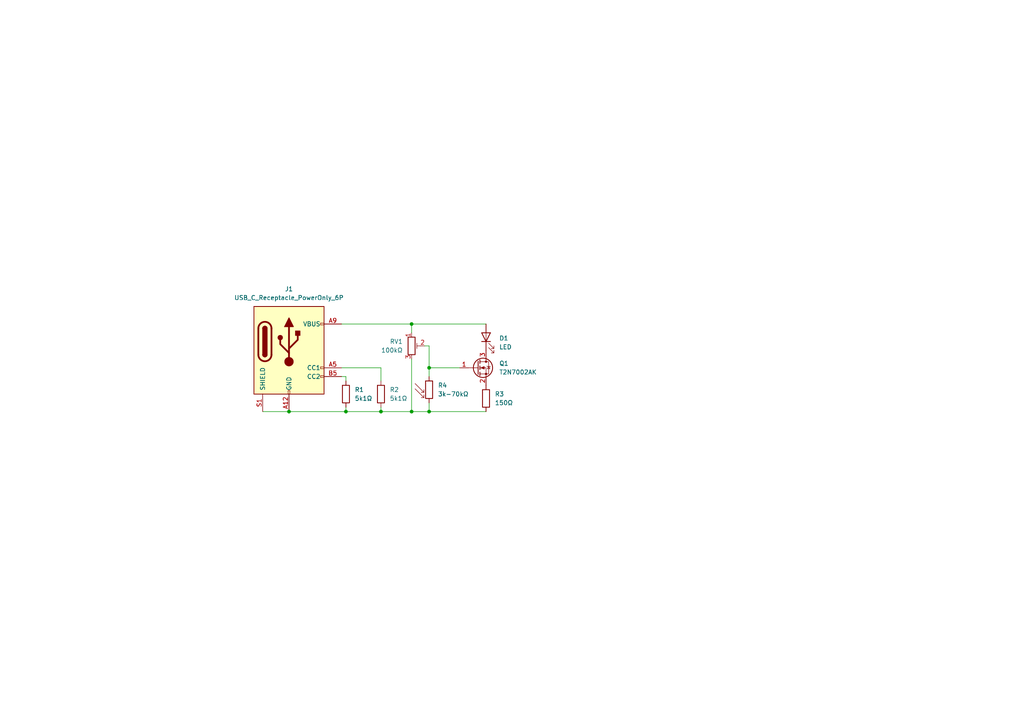
<source format=kicad_sch>
(kicad_sch (version 20250114) (generator "eeschema") (generator_version "9.0")
  (paper "A4")
  (lib_symbols
    (symbol "Connector:USB_C_Receptacle_PowerOnly_6P" (pin_names (offset 1.016))
      (property "Reference" "J" (at 0 16.51 0))
      (property "Value" "USB_C_Receptacle_PowerOnly_6P" (at 0 13.97 0))
      (symbol "USB_C_Receptacle_PowerOnly_6P_0_0"
        (rectangle (start -0.254 -12.7) (end 0.254 -11.684))
        (rectangle (start 10.16 7.874) (end 9.144 7.366))
        (rectangle (start 10.16 -4.826) (end 9.144 -5.334))
        (rectangle (start 10.16 -7.366) (end 9.144 -7.874))
      )
      (symbol "USB_C_Receptacle_PowerOnly_6P_0_1"
        (rectangle (start -10.16 12.7) (end 10.16 -12.7) (stroke (width 0.254)) (fill (type background)))
        (polyline (pts (xy -8.89 -1.27) (xy -8.89 6.35)) (stroke (width 0.508)))
        (rectangle (start -7.62 -1.27) (end -6.35 6.35) (stroke (width 0.254)) (fill (type outline)))
        (arc (start -7.62 6.35) (mid -6.985 6.9823) (end -6.35 6.35) (stroke (width 0.254)))
        (arc (start -7.62 6.35) (mid -6.985 6.9823) (end -6.35 6.35) (stroke (width 0.254)) (fill (type outline)))
        (arc (start -8.89 6.35) (mid -6.985 8.2467) (end -5.08 6.35) (stroke (width 0.508)))
        (arc (start -5.08 -1.27) (mid -6.985 -3.1667) (end -8.89 -1.27) (stroke (width 0.508)))
        (arc (start -6.35 -1.27) (mid -6.985 -1.9023) (end -7.62 -1.27) (stroke (width 0.254)))
        (arc (start -6.35 -1.27) (mid -6.985 -1.9023) (end -7.62 -1.27) (stroke (width 0.254)) (fill (type outline)))
        (polyline (pts (xy -5.08 6.35) (xy -5.08 -1.27)) (stroke (width 0.508)))
        (circle (center -2.54 3.683) (radius 0.635) (stroke (width 0.254)) (fill (type outline)))
        (polyline (pts (xy -1.27 6.858) (xy 0 9.398) (xy 1.27 6.858) (xy -1.27 6.858)) (stroke (width 0.254)) (fill (type outline)))
        (polyline (pts (xy 0 0.508) (xy 2.54 3.048) (xy 2.54 4.318)) (stroke (width 0.508)))
        (polyline (pts (xy 0 -0.762) (xy -2.54 1.778) (xy -2.54 3.048)) (stroke (width 0.508)))
        (polyline (pts (xy 0 -3.302) (xy 0 6.858)) (stroke (width 0.508)))
        (circle (center 0 -3.302) (radius 1.27) (fill (type outline)))
        (rectangle (start 1.905 4.318) (end 3.175 5.588) (stroke (width 0.254)) (fill (type outline)))
      )
      (symbol "USB_C_Receptacle_PowerOnly_6P_1_1"
        (pin passive line (at -7.62 -17.78 90) (length 5.08) (name "SHIELD") (number "S1"))
        (pin passive line (at 0 -17.78 90) (length 5.08) (name "GND") (number "A12"))
        (pin passive line (at 0 -17.78 90) (length 5.08) (hide yes) (name "GND") (number "B12"))
        (pin passive line (at 15.24 7.62 180) (length 5.08) (name "VBUS") (number "A9"))
        (pin passive line (at 15.24 7.62 180) (length 5.08) (hide yes) (name "VBUS") (number "B9"))
        (pin bidirectional line (at 15.24 -5.08 180) (length 5.08) (name "CC1") (number "A5"))
        (pin bidirectional line (at 15.24 -7.62 180) (length 5.08) (name "CC2") (number "B5"))
      )
    )
    (symbol "Device:LED" (pin_numbers (hide yes)) (pin_names (offset 1.016) (hide yes))
      (property "Reference" "D" (at 0 2.54 0))
      (property "Value" "LED" (at 0 -2.54 0))
      (symbol "LED_0_1"
        (polyline (pts (xy -3.048 -0.762) (xy -4.572 -2.286) (xy -3.81 -2.286) (xy -4.572 -2.286) (xy -4.572 -1.524)))
        (polyline (pts (xy -1.778 -0.762) (xy -3.302 -2.286) (xy -2.54 -2.286) (xy -3.302 -2.286) (xy -3.302 -1.524)))
        (polyline (pts (xy -1.27 0) (xy 1.27 0)))
        (polyline (pts (xy -1.27 -1.27) (xy -1.27 1.27)) (stroke (width 0.254)))
        (polyline (pts (xy 1.27 -1.27) (xy 1.27 1.27) (xy -1.27 0) (xy 1.27 -1.27)) (stroke (width 0.254)))
      )
      (symbol "LED_1_1"
        (pin passive line (at -3.81 0 0) (length 2.54) (name "K") (number "1"))
        (pin passive line (at 3.81 0 180) (length 2.54) (name "A") (number "2"))
      )
    )
    (symbol "Device:R" (pin_numbers (hide yes)) (pin_names (offset 0))
      (property "Reference" "R" (at 2.032 0 90))
      (property "Value" "R" (at 0 0 90))
      (symbol "R_0_1"
        (rectangle (start -1.016 -2.54) (end 1.016 2.54) (stroke (width 0.254)))
      )
      (symbol "R_1_1"
        (pin passive line (at 0 3.81 270) (length 1.27) (name "~") (number "1"))
        (pin passive line (at 0 -3.81 90) (length 1.27) (name "~") (number "2"))
      )
    )
    (symbol "Device:R_Photo" (pin_numbers (hide yes)) (pin_names (offset 0))
      (property "Reference" "R" (at 1.27 1.27 0))
      (property "Value" "R_Photo" (at 1.27 0 0))
      (symbol "R_Photo_0_1"
        (polyline (pts (xy -1.524 -0.762) (xy -4.064 1.778)))
        (polyline (pts (xy -1.524 -0.762) (xy -2.286 -0.762)))
        (polyline (pts (xy -1.524 -0.762) (xy -1.524 0)))
        (polyline (pts (xy -1.524 -2.286) (xy -4.064 0.254)))
        (polyline (pts (xy -1.524 -2.286) (xy -2.286 -2.286)))
        (polyline (pts (xy -1.524 -2.286) (xy -1.524 -1.524)))
        (rectangle (start -1.016 2.54) (end 1.016 -2.54) (stroke (width 0.254)))
      )
      (symbol "R_Photo_1_1"
        (pin passive line (at 0 3.81 270) (length 1.27) (name "~") (number "1"))
        (pin passive line (at 0 -3.81 90) (length 1.27) (name "~") (number "2"))
      )
    )
    (symbol "Device:R_Potentiometer_Trim" (pin_names (offset 1.016) (hide yes))
      (property "Reference" "RV" (at -4.445 0 90))
      (property "Value" "R_Potentiometer_Trim" (at -2.54 0 90))
      (symbol "R_Potentiometer_Trim_0_1"
        (rectangle (start 1.016 2.54) (end -1.016 -2.54) (stroke (width 0.254)))
        (polyline (pts (xy 1.524 0.762) (xy 1.524 -0.762)))
        (polyline (pts (xy 2.54 0) (xy 1.524 0)))
      )
      (symbol "R_Potentiometer_Trim_1_1"
        (pin passive line (at 0 3.81 270) (length 1.27) (name "1") (number "1"))
        (pin passive line (at 0 -3.81 90) (length 1.27) (name "3") (number "3"))
        (pin passive line (at 3.81 0 180) (length 1.27) (name "2") (number "2"))
      )
    )
    (symbol "Transistor_FET:T2N7002AK" (pin_names (hide yes))
      (property "Reference" "Q" (at 5.08 1.905 0))
      (property "Value" "T2N7002AK" (at 5.08 0 0))
      (symbol "T2N7002AK_0_1"
        (polyline (pts (xy 0.254 1.905) (xy 0.254 -1.905)) (stroke (width 0.254)))
        (polyline (pts (xy 0.254 0) (xy -2.54 0)))
        (polyline (pts (xy 0.762 2.286) (xy 0.762 1.27)) (stroke (width 0.254)))
        (polyline (pts (xy 0.762 0.508) (xy 0.762 -0.508)) (stroke (width 0.254)))
        (polyline (pts (xy 0.762 -1.27) (xy 0.762 -2.286)) (stroke (width 0.254)))
        (polyline (pts (xy 0.762 -1.778) (xy 3.302 -1.778) (xy 3.302 1.778) (xy 0.762 1.778)))
        (polyline (pts (xy 1.016 0) (xy 2.032 0.381) (xy 2.032 -0.381) (xy 1.016 0)) (fill (type outline)))
        (circle (center 1.651 0) (radius 2.794) (stroke (width 0.254)))
        (polyline (pts (xy 2.54 2.54) (xy 2.54 1.778)))
        (circle (center 2.54 1.778) (radius 0.254) (fill (type outline)))
        (circle (center 2.54 -1.778) (radius 0.254) (fill (type outline)))
        (polyline (pts (xy 2.54 -2.54) (xy 2.54 0) (xy 0.762 0)))
        (polyline (pts (xy 2.794 0.508) (xy 2.921 0.381) (xy 3.683 0.381) (xy 3.81 0.254)))
        (polyline (pts (xy 3.302 0.381) (xy 2.921 -0.254) (xy 3.683 -0.254) (xy 3.302 0.381)))
      )
      (symbol "T2N7002AK_1_1"
        (pin input line (at -5.08 0 0) (length 2.54) (name "G") (number "1"))
        (pin passive line (at 2.54 5.08 270) (length 2.54) (name "D") (number "3"))
        (pin passive line (at 2.54 -5.08 90) (length 2.54) (name "S") (number "2"))
      )
    )
  )
  (junction (at 124.46 106.68))
  (junction (at 119.38 119.38))
  (junction (at 83.82 119.38))
  (junction (at 119.38 93.98))
  (junction (at 110.49 119.38))
  (junction (at 100.33 119.38))
  (junction (at 124.46 119.38))
  (wire (pts (xy 124.46 119.38) (xy 140.97 119.38)))
  (wire (pts (xy 100.33 118.11) (xy 100.33 119.38)))
  (wire (pts (xy 119.38 93.98) (xy 140.97 93.98)))
  (wire (pts (xy 110.49 118.11) (xy 110.49 119.38)))
  (wire (pts (xy 100.33 119.38) (xy 83.82 119.38)))
  (wire (pts (xy 119.38 119.38) (xy 124.46 119.38)))
  (wire (pts (xy 119.38 104.14) (xy 119.38 119.38)))
  (wire (pts (xy 100.33 110.49) (xy 100.33 109.22)))
  (wire (pts (xy 100.33 109.22) (xy 99.06 109.22)))
  (wire (pts (xy 110.49 110.49) (xy 110.49 106.68)))
  (wire (pts (xy 123.19 100.33) (xy 124.46 100.33)))
  (wire (pts (xy 110.49 119.38) (xy 119.38 119.38)))
  (wire (pts (xy 119.38 93.98) (xy 119.38 96.52)))
  (wire (pts (xy 124.46 100.33) (xy 124.46 106.68)))
  (wire (pts (xy 124.46 106.68) (xy 133.35 106.68)))
  (wire (pts (xy 110.49 106.68) (xy 99.06 106.68)))
  (wire (pts (xy 124.46 116.84) (xy 124.46 119.38)))
  (wire (pts (xy 83.82 119.38) (xy 76.2 119.38)))
  (wire (pts (xy 110.49 119.38) (xy 100.33 119.38)))
  (wire (pts (xy 124.46 109.22) (xy 124.46 106.68)))
  (wire (pts (xy 99.06 93.98) (xy 119.38 93.98)))
  (symbol (lib_id "Device:R") (at 110.49 114.3 0) (unit 1)
    (property "Reference" "R2" (at 113.03 113.0299 0) (effects (justify left)))
    (property "Value" "5k1Ω" (at 113.03 115.5699 0) (effects (justify left)))
    (property "Footprint" "Resistor_SMD:R_0402_1005Metric" (effects (hide yes)))
    (property "Description" "Resistor" (effects (hide yes)))
  )
  (symbol (lib_id "Device:LED") (at 140.97 97.79 90) (unit 1)
    (property "Reference" "D1" (at 144.78 98.1074 90) (effects (justify right)))
    (property "Value" "LED" (at 144.78 100.6474 90) (effects (justify right)))
    (property "Footprint" "LED_THT:LED_D5.0mm_Clear" (effects (hide yes)))
    (property "Description" "Light emitting diode" (effects (hide yes)))
    (property "Sim.Pins" "1=K 2=A" (effects (hide yes)))
  )
  (symbol (lib_id "Connector:USB_C_Receptacle_PowerOnly_6P") (at 83.82 101.6 0) (unit 1)
    (property "Reference" "J1" (at 83.82 83.82 0))
    (property "Value" "USB_C_Receptacle_PowerOnly_6P" (at 83.82 86.36 0))
    (property "Footprint" "Connector_USB:USB_C_Receptacle_GCT_USB4125-xx-x-0190_6P_TopMnt_Horizontal" (effects (hide yes)))
    (property "Datasheet" "https://www.usb.org/sites/default/files/documents/usb_type-c.zip" (effects (hide yes)))
    (property "Description" "USB Power-Only 6P Type-C Receptacle connector" (effects (hide yes)))
  )
  (symbol (lib_id "Device:R") (at 140.97 115.57 0) (unit 1)
    (property "Reference" "R3" (at 143.51 114.2999 0) (effects (justify left)))
    (property "Value" "150Ω" (at 143.51 116.8399 0) (effects (justify left)))
    (property "Footprint" "Resistor_SMD:R_0402_1005Metric" (effects (hide yes)))
    (property "Description" "Resistor" (effects (hide yes)))
  )
  (symbol (lib_id "Transistor_FET:T2N7002AK") (at 138.43 106.68 0) (unit 1)
    (property "Reference" "Q1" (at 144.78 105.4099 0) (effects (justify left)))
    (property "Value" "T2N7002AK" (at 144.78 107.9499 0) (effects (justify left)))
    (property "Footprint" "Package_TO_SOT_SMD:SOT-23" (effects (hide yes)))
    (property "Datasheet" "https://toshiba.semicon-storage.com/info/docget.jsp?did=29712&prodName=T2N7002AK" (effects (hide yes)))
    (property "Description" "60V Vds, 0.2A Id, N-Channel MOSFET, SOT-23" (effects (hide yes)))
  )
  (symbol (lib_id "Device:R_Photo") (at 124.46 113.03 0) (unit 1)
    (property "Reference" "R4" (at 127 111.7599 0) (effects (justify left)))
    (property "Value" "3k-70kΩ" (at 127 114.2999 0) (effects (justify left)))
    (property "Footprint" "OptoDevice:R_LDR_5.1x4.3mm_P3.4mm_Vertical" (effects (hide yes)))
    (property "Description" "Photoresistor" (effects (hide yes)))
  )
  (symbol (lib_id "Device:R") (at 100.33 114.3 0) (unit 1)
    (property "Reference" "R1" (at 102.87 113.0299 0) (effects (justify left)))
    (property "Value" "5k1Ω" (at 102.87 115.5699 0) (effects (justify left)))
    (property "Footprint" "Resistor_SMD:R_0402_1005Metric" (effects (hide yes)))
    (property "Description" "Resistor" (effects (hide yes)))
  )
  (symbol (lib_id "Device:R_Potentiometer_Trim") (at 119.38 100.33 0) (unit 1)
    (property "Reference" "RV1" (at 116.84 99.0599 0) (effects (justify right)))
    (property "Value" "100kΩ" (at 116.84 101.5999 0) (effects (justify right)))
    (property "Footprint" "Potentiometer_SMD:Potentiometer_Bourns_TC33X_Vertical" (effects (hide yes)))
    (property "Description" "Trim-potentiometer" (effects (hide yes)))
  )
)
</source>
